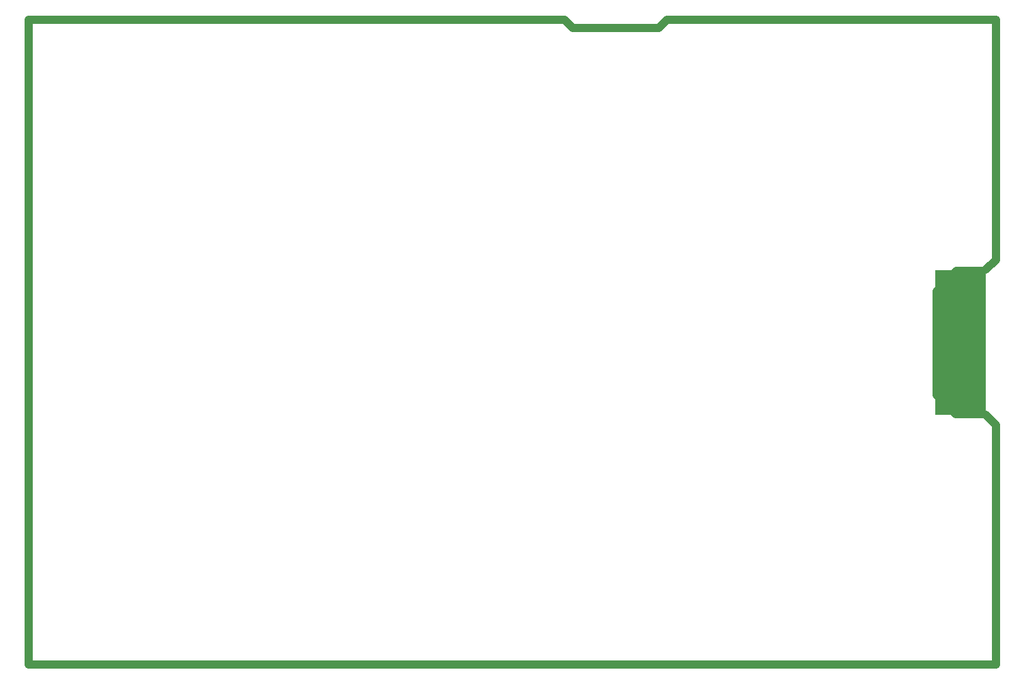
<source format=gko>
G04*
G04 #@! TF.GenerationSoftware,Altium Limited,Altium Designer,22.7.1 (60)*
G04*
G04 Layer_Color=16711935*
%FSLAX44Y44*%
%MOMM*%
G71*
G04*
G04 #@! TF.SameCoordinates,85DCC90D-1427-409F-9E8A-CED84819FF45*
G04*
G04*
G04 #@! TF.FilePolarity,Positive*
G04*
G01*
G75*
%ADD14C,0.2540*%
%ADD90C,0.8000*%
%ADD100C,1.0000*%
%ADD101R,6.3000X18.0000*%
D14*
X1200000Y502500D02*
Y502770D01*
Y297180D02*
Y297330D01*
D90*
X1150400Y490000D02*
X1187230D01*
X1124500Y334730D02*
X1149230Y310000D01*
X1124500Y334730D02*
Y464100D01*
X1149230Y310000D02*
X1187330D01*
X1124500Y464100D02*
X1150400Y490000D01*
D100*
X665226Y800000D02*
X674940Y790000D01*
X781940D02*
X791718Y800000D01*
X674940Y790000D02*
X781940D01*
X791718Y800000D02*
X1200000D01*
X0Y800000D02*
X665226D01*
X1187500Y490000D02*
X1200000Y502500D01*
X1187330Y310000D02*
X1200000Y297330D01*
Y502770D02*
Y800000D01*
X0Y0D02*
Y800000D01*
Y0D02*
X1200000D01*
Y297180D01*
D101*
X1156000Y400000D02*
D03*
D03*
M02*

</source>
